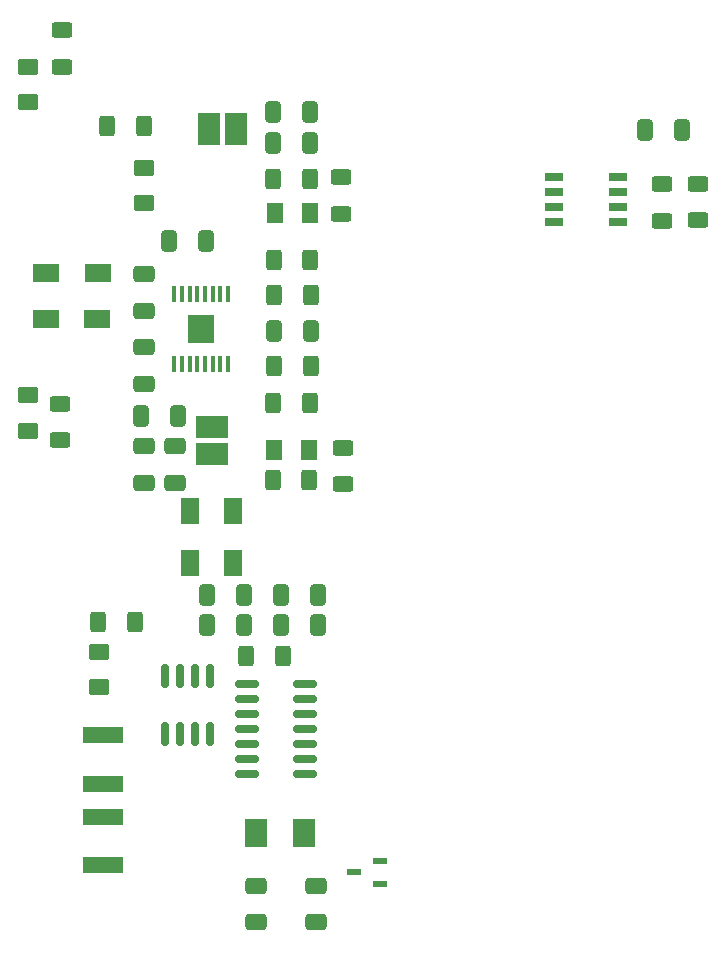
<source format=gtp>
%TF.GenerationSoftware,KiCad,Pcbnew,9.0.6*%
%TF.CreationDate,2025-12-08T20:00:32-05:00*%
%TF.ProjectId,LCC-Pico-Node_v2_6,4c43432d-5069-4636-9f2d-4e6f64655f76,rev?*%
%TF.SameCoordinates,Original*%
%TF.FileFunction,Paste,Top*%
%TF.FilePolarity,Positive*%
%FSLAX46Y46*%
G04 Gerber Fmt 4.6, Leading zero omitted, Abs format (unit mm)*
G04 Created by KiCad (PCBNEW 9.0.6) date 2025-12-08 20:00:32*
%MOMM*%
%LPD*%
G01*
G04 APERTURE LIST*
G04 Aperture macros list*
%AMRoundRect*
0 Rectangle with rounded corners*
0 $1 Rounding radius*
0 $2 $3 $4 $5 $6 $7 $8 $9 X,Y pos of 4 corners*
0 Add a 4 corners polygon primitive as box body*
4,1,4,$2,$3,$4,$5,$6,$7,$8,$9,$2,$3,0*
0 Add four circle primitives for the rounded corners*
1,1,$1+$1,$2,$3*
1,1,$1+$1,$4,$5*
1,1,$1+$1,$6,$7*
1,1,$1+$1,$8,$9*
0 Add four rect primitives between the rounded corners*
20,1,$1+$1,$2,$3,$4,$5,0*
20,1,$1+$1,$4,$5,$6,$7,0*
20,1,$1+$1,$6,$7,$8,$9,0*
20,1,$1+$1,$8,$9,$2,$3,0*%
G04 Aperture macros list end*
%ADD10RoundRect,0.150000X-0.825000X-0.150000X0.825000X-0.150000X0.825000X0.150000X-0.825000X0.150000X0*%
%ADD11RoundRect,0.150000X0.150000X-0.825000X0.150000X0.825000X-0.150000X0.825000X-0.150000X-0.825000X0*%
%ADD12RoundRect,0.250000X0.400000X0.625000X-0.400000X0.625000X-0.400000X-0.625000X0.400000X-0.625000X0*%
%ADD13R,1.150000X0.600000*%
%ADD14RoundRect,0.250001X0.624999X-0.462499X0.624999X0.462499X-0.624999X0.462499X-0.624999X-0.462499X0*%
%ADD15RoundRect,0.250000X-0.625000X0.400000X-0.625000X-0.400000X0.625000X-0.400000X0.625000X0.400000X0*%
%ADD16RoundRect,0.250000X-0.400000X-0.625000X0.400000X-0.625000X0.400000X0.625000X-0.400000X0.625000X0*%
%ADD17R,3.430000X1.320000*%
%ADD18RoundRect,0.250000X-0.412500X-0.650000X0.412500X-0.650000X0.412500X0.650000X-0.412500X0.650000X0*%
%ADD19RoundRect,0.250000X0.625000X-0.400000X0.625000X0.400000X-0.625000X0.400000X-0.625000X-0.400000X0*%
%ADD20RoundRect,0.250001X-0.462499X-0.624999X0.462499X-0.624999X0.462499X0.624999X-0.462499X0.624999X0*%
%ADD21R,2.800000X1.850000*%
%ADD22RoundRect,0.250000X0.412500X0.650000X-0.412500X0.650000X-0.412500X-0.650000X0.412500X-0.650000X0*%
%ADD23R,1.500000X0.700000*%
%ADD24RoundRect,0.250000X0.650000X-0.412500X0.650000X0.412500X-0.650000X0.412500X-0.650000X-0.412500X0*%
%ADD25RoundRect,0.250001X-0.624999X0.462499X-0.624999X-0.462499X0.624999X-0.462499X0.624999X0.462499X0*%
%ADD26R,1.900000X2.400000*%
%ADD27RoundRect,0.250000X-0.650000X0.412500X-0.650000X-0.412500X0.650000X-0.412500X0.650000X0.412500X0*%
%ADD28R,1.850000X2.800000*%
%ADD29R,2.300000X1.600000*%
%ADD30R,0.450000X1.475000*%
%ADD31R,2.310000X2.460000*%
%ADD32R,1.600000X2.300000*%
G04 APERTURE END LIST*
D10*
X134975000Y-108190000D03*
X134975000Y-109460000D03*
X134975000Y-110730000D03*
X134975000Y-112000000D03*
X134975000Y-113270000D03*
X134975000Y-114540000D03*
X134975000Y-115810000D03*
X130025000Y-115810000D03*
X130025000Y-114540000D03*
X130025000Y-113270000D03*
X130025000Y-112000000D03*
X130025000Y-110730000D03*
X130025000Y-109460000D03*
X130025000Y-108190000D03*
D11*
X123095000Y-112475000D03*
X124365000Y-112475000D03*
X125635000Y-112475000D03*
X126905000Y-112475000D03*
X126905000Y-107525000D03*
X125635000Y-107525000D03*
X124365000Y-107525000D03*
X123095000Y-107525000D03*
D12*
X135370000Y-84402000D03*
X132270000Y-84402000D03*
D13*
X141360000Y-125130000D03*
X141360000Y-123210000D03*
X139160000Y-124170000D03*
D14*
X121300000Y-67487500D03*
X121300000Y-64512500D03*
D15*
X114190000Y-84500000D03*
X114190000Y-87600000D03*
D16*
X132350000Y-75307000D03*
X135450000Y-75307000D03*
D12*
X120550000Y-103000000D03*
X117450000Y-103000000D03*
D15*
X114400000Y-52850000D03*
X114400000Y-55950000D03*
D16*
X118230000Y-61010000D03*
X121330000Y-61010000D03*
D12*
X135407500Y-72329500D03*
X132307500Y-72329500D03*
D17*
X117850000Y-116700000D03*
X117850000Y-112580000D03*
D18*
X132977500Y-103250000D03*
X136102500Y-103250000D03*
D16*
X132350000Y-81307000D03*
X135450000Y-81307000D03*
D18*
X132240000Y-59792500D03*
X135365000Y-59792500D03*
D16*
X129990000Y-105850000D03*
X133090000Y-105850000D03*
D19*
X138200000Y-91300000D03*
X138200000Y-88200000D03*
D20*
X132312500Y-88450000D03*
X135287500Y-88450000D03*
D19*
X138000000Y-68430000D03*
X138000000Y-65330000D03*
D21*
X127128500Y-88787000D03*
X127128500Y-86487000D03*
D22*
X124212500Y-85562000D03*
X121087500Y-85562000D03*
D16*
X132300000Y-65480000D03*
X135400000Y-65480000D03*
D22*
X129802500Y-103250000D03*
X126677500Y-103250000D03*
D18*
X123437500Y-70700000D03*
X126562500Y-70700000D03*
D12*
X135350000Y-90950000D03*
X132250000Y-90950000D03*
D23*
X156055000Y-65295000D03*
X156055000Y-66565000D03*
X156055000Y-67835000D03*
X156055000Y-69105000D03*
X161505000Y-69105000D03*
X161505000Y-67835000D03*
X161505000Y-66565000D03*
X161505000Y-65295000D03*
D24*
X121320000Y-76624500D03*
X121320000Y-73499500D03*
D18*
X132367500Y-78307000D03*
X135492500Y-78307000D03*
D25*
X111500000Y-83795000D03*
X111500000Y-86770000D03*
D26*
X130790000Y-120850000D03*
X134890000Y-120850000D03*
D27*
X130840000Y-125287500D03*
X130840000Y-128412500D03*
D22*
X136102500Y-100650000D03*
X132977500Y-100650000D03*
D28*
X126852500Y-61207500D03*
X129152500Y-61207500D03*
D27*
X123993500Y-88074500D03*
X123993500Y-91199500D03*
D14*
X117500000Y-108487500D03*
X117500000Y-105512500D03*
D18*
X163737500Y-61300000D03*
X166862500Y-61300000D03*
D27*
X121320000Y-79699500D03*
X121320000Y-82824500D03*
D29*
X113037000Y-73450000D03*
X117437000Y-73450000D03*
D30*
X123900000Y-81100000D03*
X124550000Y-81100000D03*
X125200000Y-81100000D03*
X125850000Y-81100000D03*
X126500000Y-81100000D03*
X127150000Y-81100000D03*
X127800000Y-81100000D03*
X128450000Y-81100000D03*
X128450000Y-75224000D03*
X127800000Y-75224000D03*
X127150000Y-75224000D03*
X126500000Y-75224000D03*
X125850000Y-75224000D03*
X125200000Y-75224000D03*
X124550000Y-75224000D03*
X123900000Y-75224000D03*
D31*
X126175000Y-78162000D03*
D27*
X121328500Y-88074500D03*
X121328500Y-91199500D03*
D32*
X128850000Y-93600000D03*
X128850000Y-98000000D03*
D29*
X113000000Y-77300000D03*
X117400000Y-77300000D03*
D22*
X129802500Y-100650000D03*
X126677500Y-100650000D03*
D18*
X132240000Y-62407500D03*
X135365000Y-62407500D03*
D17*
X117840000Y-119450000D03*
X117840000Y-123570000D03*
D20*
X132425000Y-68380000D03*
X135400000Y-68380000D03*
D27*
X135940000Y-125287500D03*
X135940000Y-128412500D03*
D14*
X111485000Y-58972500D03*
X111485000Y-55997500D03*
D19*
X168205000Y-68965000D03*
X168205000Y-65865000D03*
D32*
X125250000Y-93600000D03*
X125250000Y-98000000D03*
D19*
X165230000Y-69000000D03*
X165230000Y-65900000D03*
M02*

</source>
